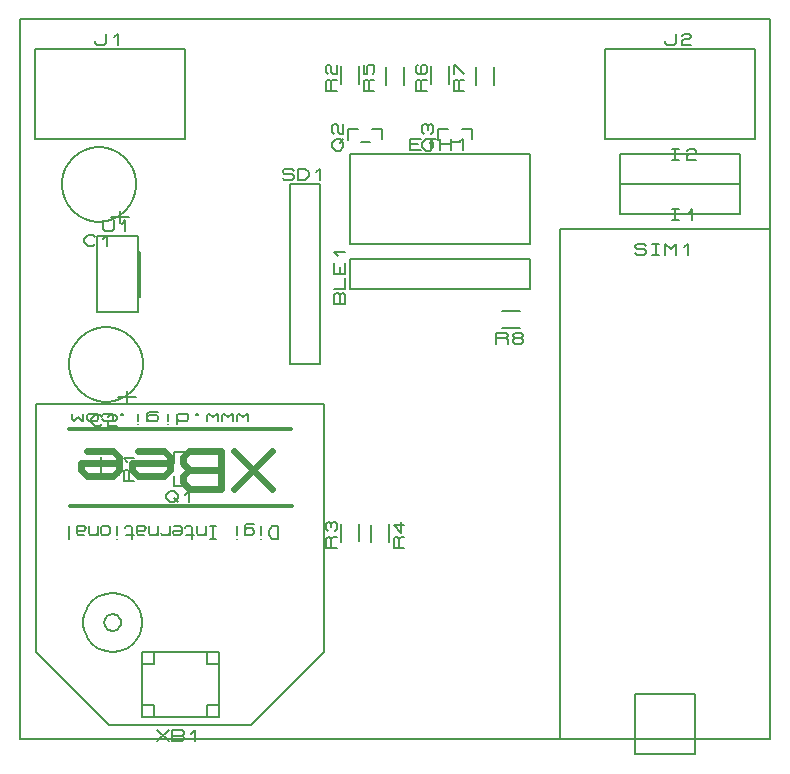
<source format=gbr>
G04 PROTEUS RS274X GERBER FILE*
%FSLAX45Y45*%
%MOMM*%
G01*
%ADD22C,0.203200*%
%ADD23C,0.584200*%
%ADD24C,0.330200*%
D22*
X+0Y-6096000D02*
X+6350000Y-6096000D01*
X+6350000Y+0D01*
X+0Y+0D01*
X+0Y-6096000D01*
X+127000Y-1016000D02*
X+1397000Y-1016000D01*
X+1397000Y-254000D01*
X+127000Y-254000D01*
X+127000Y-1016000D01*
X+635000Y-182880D02*
X+635000Y-198120D01*
X+650875Y-213360D01*
X+714375Y-213360D01*
X+730250Y-198120D01*
X+730250Y-121920D01*
X+793750Y-152400D02*
X+825500Y-121920D01*
X+825500Y-213360D01*
X+4953000Y-1016000D02*
X+6223000Y-1016000D01*
X+6223000Y-254000D01*
X+4953000Y-254000D01*
X+4953000Y-1016000D01*
X+5461000Y-182880D02*
X+5461000Y-198120D01*
X+5476875Y-213360D01*
X+5540375Y-213360D01*
X+5556250Y-198120D01*
X+5556250Y-121920D01*
X+5603875Y-137160D02*
X+5619750Y-121920D01*
X+5667375Y-121920D01*
X+5683250Y-137160D01*
X+5683250Y-152400D01*
X+5667375Y-167640D01*
X+5619750Y-167640D01*
X+5603875Y-182880D01*
X+5603875Y-213360D01*
X+5683250Y-213360D01*
X+650240Y-1833880D02*
X+650240Y-2473960D01*
X+998220Y-2473960D01*
X+998220Y-1833880D01*
X+652780Y-1833880D01*
X+998220Y-1968500D02*
X+1018540Y-1968500D01*
X+1018540Y-2346960D01*
X+1000760Y-2346960D01*
X+701040Y-1701800D02*
X+701040Y-1778000D01*
X+716915Y-1793240D01*
X+780415Y-1793240D01*
X+796290Y-1778000D01*
X+796290Y-1701800D01*
X+859790Y-1732280D02*
X+891540Y-1701800D01*
X+891540Y-1793240D01*
X+2574000Y-3257000D02*
X+134000Y-3257000D01*
X+134000Y-5357000D01*
X+2574000Y-3257000D02*
X+2574000Y-5357000D01*
X+1354000Y-5977000D02*
X+1954000Y-5977000D01*
X+754000Y-5977000D02*
X+1354000Y-5977000D01*
X+1954000Y-5977000D02*
X+2574000Y-5357000D01*
X+134000Y-5357000D02*
X+754000Y-5977000D01*
D23*
X+2134000Y-3973720D02*
X+1810150Y-3653680D01*
X+2134000Y-3653680D02*
X+1810150Y-3973720D01*
X+1702200Y-3653680D02*
X+1702200Y-3973720D01*
X+1432325Y-3973720D01*
X+1378350Y-3920380D01*
X+1378350Y-3867040D01*
X+1432325Y-3813700D01*
X+1378350Y-3760360D01*
X+1378350Y-3707020D01*
X+1432325Y-3653680D01*
X+1702200Y-3653680D01*
X+1702200Y-3813700D02*
X+1432325Y-3813700D01*
X+1270400Y-3760360D02*
X+946550Y-3760360D01*
X+946550Y-3813700D01*
X+1000525Y-3867040D01*
X+1216425Y-3867040D01*
X+1270400Y-3813700D01*
X+1270400Y-3707020D01*
X+1216425Y-3653680D01*
X+1000525Y-3653680D01*
X+838600Y-3760360D02*
X+514750Y-3760360D01*
X+514750Y-3813700D01*
X+568725Y-3867040D01*
X+784625Y-3867040D01*
X+838600Y-3813700D01*
X+838600Y-3707020D01*
X+784625Y-3653680D01*
X+568725Y-3653680D01*
D24*
X+2304000Y-4117000D02*
X+424000Y-4117000D01*
X+2294000Y-3467000D02*
X+414000Y-3467000D01*
D22*
X+1934000Y-3398440D02*
X+1934000Y-3352720D01*
X+1918125Y-3337480D01*
X+1886375Y-3367960D01*
X+1854625Y-3337480D01*
X+1838750Y-3352720D01*
X+1838750Y-3398440D01*
X+1807000Y-3398440D02*
X+1807000Y-3352720D01*
X+1791125Y-3337480D01*
X+1759375Y-3367960D01*
X+1727625Y-3337480D01*
X+1711750Y-3352720D01*
X+1711750Y-3398440D01*
X+1680000Y-3398440D02*
X+1680000Y-3352720D01*
X+1664125Y-3337480D01*
X+1632375Y-3367960D01*
X+1600625Y-3337480D01*
X+1584750Y-3352720D01*
X+1584750Y-3398440D01*
X+1505375Y-3352720D02*
X+1489500Y-3352720D01*
X+1489500Y-3337480D01*
X+1505375Y-3337480D01*
X+1505375Y-3352720D01*
X+1330750Y-3383200D02*
X+1346625Y-3398440D01*
X+1410125Y-3398440D01*
X+1426000Y-3383200D01*
X+1426000Y-3352720D01*
X+1410125Y-3337480D01*
X+1346625Y-3337480D01*
X+1330750Y-3352720D01*
X+1330750Y-3337480D02*
X+1330750Y-3428920D01*
X+1251375Y-3398440D02*
X+1251375Y-3337480D01*
X+1251375Y-3428920D02*
X+1251375Y-3428920D01*
X+1076750Y-3383200D02*
X+1092625Y-3398440D01*
X+1156125Y-3398440D01*
X+1172000Y-3383200D01*
X+1172000Y-3367960D01*
X+1156125Y-3352720D01*
X+1092625Y-3352720D01*
X+1076750Y-3367960D01*
X+1076750Y-3398440D02*
X+1076750Y-3337480D01*
X+1092625Y-3322240D01*
X+1172000Y-3322240D01*
X+997375Y-3398440D02*
X+997375Y-3337480D01*
X+997375Y-3428920D02*
X+997375Y-3428920D01*
X+870375Y-3352720D02*
X+854500Y-3352720D01*
X+854500Y-3337480D01*
X+870375Y-3337480D01*
X+870375Y-3352720D01*
X+695750Y-3383200D02*
X+711625Y-3398440D01*
X+775125Y-3398440D01*
X+791000Y-3383200D01*
X+791000Y-3352720D01*
X+775125Y-3337480D01*
X+711625Y-3337480D01*
X+695750Y-3352720D01*
X+664000Y-3383200D02*
X+648125Y-3398440D01*
X+584625Y-3398440D01*
X+568750Y-3383200D01*
X+568750Y-3352720D01*
X+584625Y-3337480D01*
X+648125Y-3337480D01*
X+664000Y-3352720D01*
X+664000Y-3383200D01*
X+537000Y-3337480D02*
X+537000Y-3398440D01*
X+537000Y-3383200D02*
X+521125Y-3398440D01*
X+489375Y-3367960D01*
X+457625Y-3398440D01*
X+441750Y-3383200D01*
X+441750Y-3337480D01*
X+1034000Y-5107000D02*
X+1033185Y-5086829D01*
X+1026566Y-5046486D01*
X+1012753Y-5006143D01*
X+990307Y-4965800D01*
X+956010Y-4925582D01*
X+915667Y-4894482D01*
X+875324Y-4874277D01*
X+834981Y-4862253D01*
X+794638Y-4857226D01*
X+784000Y-4857000D01*
X+534000Y-5107000D02*
X+534815Y-5086829D01*
X+541434Y-5046486D01*
X+555247Y-5006143D01*
X+577693Y-4965800D01*
X+611990Y-4925582D01*
X+652333Y-4894482D01*
X+692676Y-4874277D01*
X+733019Y-4862253D01*
X+773362Y-4857226D01*
X+784000Y-4857000D01*
X+534000Y-5107000D02*
X+534815Y-5127171D01*
X+541434Y-5167514D01*
X+555247Y-5207857D01*
X+577693Y-5248200D01*
X+611990Y-5288418D01*
X+652333Y-5319518D01*
X+692676Y-5339723D01*
X+733019Y-5351747D01*
X+773362Y-5356774D01*
X+784000Y-5357000D01*
X+1034000Y-5107000D02*
X+1033185Y-5127171D01*
X+1026566Y-5167514D01*
X+1012753Y-5207857D01*
X+990307Y-5248200D01*
X+956010Y-5288418D01*
X+915667Y-5319518D01*
X+875324Y-5339723D01*
X+834981Y-5351747D01*
X+794638Y-5356774D01*
X+784000Y-5357000D01*
X+854710Y-5107000D02*
X+854469Y-5101163D01*
X+852507Y-5089487D01*
X+848404Y-5077811D01*
X+841706Y-5066135D01*
X+831458Y-5054582D01*
X+819782Y-5046012D01*
X+808106Y-5040526D01*
X+796430Y-5037391D01*
X+784754Y-5036294D01*
X+784000Y-5036290D01*
X+713290Y-5107000D02*
X+713531Y-5101163D01*
X+715493Y-5089487D01*
X+719596Y-5077811D01*
X+726294Y-5066135D01*
X+736542Y-5054582D01*
X+748218Y-5046012D01*
X+759894Y-5040526D01*
X+771570Y-5037391D01*
X+783246Y-5036294D01*
X+784000Y-5036290D01*
X+713290Y-5107000D02*
X+713531Y-5112837D01*
X+715493Y-5124513D01*
X+719596Y-5136189D01*
X+726294Y-5147865D01*
X+736542Y-5159418D01*
X+748218Y-5167988D01*
X+759894Y-5173474D01*
X+771570Y-5176609D01*
X+783246Y-5177706D01*
X+784000Y-5177710D01*
X+854710Y-5107000D02*
X+854469Y-5112837D01*
X+852507Y-5124513D01*
X+848404Y-5136189D01*
X+841706Y-5147865D01*
X+831458Y-5159418D01*
X+819782Y-5167988D01*
X+808106Y-5173474D01*
X+796430Y-5176609D01*
X+784754Y-5177706D01*
X+784000Y-5177710D01*
X+1034000Y-5907000D02*
X+1684000Y-5907000D01*
X+1684000Y-5357000D01*
X+1034000Y-5357000D01*
X+1034000Y-5907000D01*
X+1584000Y-5907000D02*
X+1684000Y-5907000D01*
X+1684000Y-5807000D01*
X+1584000Y-5807000D01*
X+1584000Y-5907000D01*
X+1034000Y-5907000D02*
X+1134000Y-5907000D01*
X+1134000Y-5807000D01*
X+1034000Y-5807000D01*
X+1034000Y-5907000D01*
X+1584000Y-5457000D02*
X+1684000Y-5457000D01*
X+1684000Y-5357000D01*
X+1584000Y-5357000D01*
X+1584000Y-5457000D01*
X+1034000Y-5457000D02*
X+1134000Y-5457000D01*
X+1134000Y-5357000D01*
X+1034000Y-5357000D01*
X+1034000Y-5457000D01*
X+2184000Y-4292560D02*
X+2184000Y-4399240D01*
X+2133200Y-4399240D01*
X+2107800Y-4363680D01*
X+2107800Y-4328120D01*
X+2133200Y-4292560D01*
X+2184000Y-4292560D01*
X+2044300Y-4363680D02*
X+2044300Y-4292560D01*
X+2044300Y-4399240D02*
X+2044300Y-4399240D01*
X+1904600Y-4345900D02*
X+1917300Y-4363680D01*
X+1968100Y-4363680D01*
X+1980800Y-4345900D01*
X+1980800Y-4328120D01*
X+1968100Y-4310340D01*
X+1917300Y-4310340D01*
X+1904600Y-4328120D01*
X+1904600Y-4363680D02*
X+1904600Y-4292560D01*
X+1917300Y-4274780D01*
X+1980800Y-4274780D01*
X+1841100Y-4363680D02*
X+1841100Y-4292560D01*
X+1841100Y-4399240D02*
X+1841100Y-4399240D01*
X+1663300Y-4399240D02*
X+1612500Y-4399240D01*
X+1637900Y-4399240D02*
X+1637900Y-4292560D01*
X+1663300Y-4292560D02*
X+1612500Y-4292560D01*
X+1574400Y-4292560D02*
X+1574400Y-4363680D01*
X+1574400Y-4345900D02*
X+1561700Y-4363680D01*
X+1510900Y-4363680D01*
X+1498200Y-4345900D01*
X+1498200Y-4292560D01*
X+1460100Y-4399240D02*
X+1460100Y-4310340D01*
X+1447400Y-4292560D01*
X+1409300Y-4292560D01*
X+1396600Y-4310340D01*
X+1472800Y-4363680D02*
X+1409300Y-4363680D01*
X+1371200Y-4328120D02*
X+1295000Y-4328120D01*
X+1295000Y-4345900D01*
X+1307700Y-4363680D01*
X+1358500Y-4363680D01*
X+1371200Y-4345900D01*
X+1371200Y-4310340D01*
X+1358500Y-4292560D01*
X+1307700Y-4292560D01*
X+1269600Y-4292560D02*
X+1269600Y-4363680D01*
X+1269600Y-4345900D02*
X+1256900Y-4363680D01*
X+1206100Y-4363680D01*
X+1193400Y-4345900D01*
X+1168000Y-4292560D02*
X+1168000Y-4363680D01*
X+1168000Y-4345900D02*
X+1155300Y-4363680D01*
X+1104500Y-4363680D01*
X+1091800Y-4345900D01*
X+1091800Y-4292560D01*
X+1053700Y-4363680D02*
X+1002900Y-4363680D01*
X+990200Y-4345900D01*
X+990200Y-4292560D01*
X+1053700Y-4292560D01*
X+1066400Y-4310340D01*
X+1053700Y-4328120D01*
X+990200Y-4328120D01*
X+952100Y-4399240D02*
X+952100Y-4310340D01*
X+939400Y-4292560D01*
X+901300Y-4292560D01*
X+888600Y-4310340D01*
X+964800Y-4363680D02*
X+901300Y-4363680D01*
X+825100Y-4363680D02*
X+825100Y-4292560D01*
X+825100Y-4399240D02*
X+825100Y-4399240D01*
X+761600Y-4345900D02*
X+748900Y-4363680D01*
X+698100Y-4363680D01*
X+685400Y-4345900D01*
X+685400Y-4310340D01*
X+698100Y-4292560D01*
X+748900Y-4292560D01*
X+761600Y-4310340D01*
X+761600Y-4345900D01*
X+660000Y-4292560D02*
X+660000Y-4363680D01*
X+660000Y-4345900D02*
X+647300Y-4363680D01*
X+596500Y-4363680D01*
X+583800Y-4345900D01*
X+583800Y-4292560D01*
X+545700Y-4363680D02*
X+494900Y-4363680D01*
X+482200Y-4345900D01*
X+482200Y-4292560D01*
X+545700Y-4292560D01*
X+558400Y-4310340D01*
X+545700Y-4328120D01*
X+482200Y-4328120D01*
X+418700Y-4399240D02*
X+418700Y-4292560D01*
X+1163500Y-6017640D02*
X+1258750Y-6109080D01*
X+1163500Y-6109080D02*
X+1258750Y-6017640D01*
X+1290500Y-6109080D02*
X+1290500Y-6017640D01*
X+1369875Y-6017640D01*
X+1385750Y-6032880D01*
X+1385750Y-6048120D01*
X+1369875Y-6063360D01*
X+1385750Y-6078600D01*
X+1385750Y-6093840D01*
X+1369875Y-6109080D01*
X+1290500Y-6109080D01*
X+1290500Y-6063360D02*
X+1369875Y-6063360D01*
X+1449250Y-6048120D02*
X+1481000Y-6017640D01*
X+1481000Y-6109080D01*
X+2794000Y-1905000D02*
X+4318000Y-1905000D01*
X+4318000Y-1143000D01*
X+2794000Y-1143000D01*
X+2794000Y-1905000D01*
X+3397250Y-1102360D02*
X+3302000Y-1102360D01*
X+3302000Y-1010920D01*
X+3397250Y-1010920D01*
X+3302000Y-1056640D02*
X+3365500Y-1056640D01*
X+3429000Y-1010920D02*
X+3524250Y-1010920D01*
X+3476625Y-1010920D02*
X+3476625Y-1102360D01*
X+3556000Y-1102360D02*
X+3556000Y-1010920D01*
X+3651250Y-1010920D02*
X+3651250Y-1102360D01*
X+3556000Y-1056640D02*
X+3651250Y-1056640D01*
X+3714750Y-1041400D02*
X+3746500Y-1010920D01*
X+3746500Y-1102360D01*
X+4572000Y-6096000D02*
X+6350000Y-6096000D01*
X+6350000Y-1778000D01*
X+4572000Y-1778000D01*
X+4572000Y-6096000D01*
X+5207000Y-6223000D02*
X+5715000Y-6223000D01*
X+5715000Y-5715000D01*
X+5207000Y-5715000D01*
X+5207000Y-6223000D01*
X+5207000Y-1976120D02*
X+5222875Y-1991360D01*
X+5286375Y-1991360D01*
X+5302250Y-1976120D01*
X+5302250Y-1960880D01*
X+5286375Y-1945640D01*
X+5222875Y-1945640D01*
X+5207000Y-1930400D01*
X+5207000Y-1915160D01*
X+5222875Y-1899920D01*
X+5286375Y-1899920D01*
X+5302250Y-1915160D01*
X+5349875Y-1899920D02*
X+5413375Y-1899920D01*
X+5381625Y-1899920D02*
X+5381625Y-1991360D01*
X+5349875Y-1991360D02*
X+5413375Y-1991360D01*
X+5461000Y-1991360D02*
X+5461000Y-1899920D01*
X+5508625Y-1945640D01*
X+5556250Y-1899920D01*
X+5556250Y-1991360D01*
X+5619750Y-1930400D02*
X+5651500Y-1899920D01*
X+5651500Y-1991360D01*
X+2794000Y-2286000D02*
X+4318000Y-2286000D01*
X+4318000Y-2032000D01*
X+2794000Y-2032000D01*
X+2794000Y-2286000D01*
X+2753360Y-2413000D02*
X+2661920Y-2413000D01*
X+2661920Y-2333625D01*
X+2677160Y-2317750D01*
X+2692400Y-2317750D01*
X+2707640Y-2333625D01*
X+2722880Y-2317750D01*
X+2738120Y-2317750D01*
X+2753360Y-2333625D01*
X+2753360Y-2413000D01*
X+2707640Y-2413000D02*
X+2707640Y-2333625D01*
X+2661920Y-2286000D02*
X+2753360Y-2286000D01*
X+2753360Y-2190750D01*
X+2753360Y-2063750D02*
X+2753360Y-2159000D01*
X+2661920Y-2159000D01*
X+2661920Y-2063750D01*
X+2707640Y-2159000D02*
X+2707640Y-2095500D01*
X+2692400Y-2000250D02*
X+2661920Y-1968500D01*
X+2753360Y-1968500D01*
X+5080000Y-1651000D02*
X+6096000Y-1651000D01*
X+6096000Y-1397000D01*
X+5080000Y-1397000D01*
X+5080000Y-1651000D01*
X+5517515Y-1605280D02*
X+5581015Y-1605280D01*
X+5549265Y-1605280D02*
X+5549265Y-1696720D01*
X+5517515Y-1696720D02*
X+5581015Y-1696720D01*
X+5660390Y-1635760D02*
X+5692140Y-1605280D01*
X+5692140Y-1696720D01*
X+2286000Y-2921000D02*
X+2540000Y-2921000D01*
X+2540000Y-1397000D01*
X+2286000Y-1397000D01*
X+2286000Y-2921000D01*
X+2222500Y-1341120D02*
X+2238375Y-1356360D01*
X+2301875Y-1356360D01*
X+2317750Y-1341120D01*
X+2317750Y-1325880D01*
X+2301875Y-1310640D01*
X+2238375Y-1310640D01*
X+2222500Y-1295400D01*
X+2222500Y-1280160D01*
X+2238375Y-1264920D01*
X+2301875Y-1264920D01*
X+2317750Y-1280160D01*
X+2349500Y-1356360D02*
X+2349500Y-1264920D01*
X+2413000Y-1264920D01*
X+2444750Y-1295400D01*
X+2444750Y-1325880D01*
X+2413000Y-1356360D01*
X+2349500Y-1356360D01*
X+2508250Y-1295400D02*
X+2540000Y-1264920D01*
X+2540000Y-1356360D01*
X+3121660Y-4274820D02*
X+3121660Y-4427220D01*
X+2974340Y-4277360D02*
X+2974340Y-4427220D01*
X+3253740Y-4475480D02*
X+3162300Y-4475480D01*
X+3162300Y-4396105D01*
X+3177540Y-4380230D01*
X+3192780Y-4380230D01*
X+3208020Y-4396105D01*
X+3208020Y-4475480D01*
X+3208020Y-4396105D02*
X+3223260Y-4380230D01*
X+3253740Y-4380230D01*
X+3223260Y-4253230D02*
X+3223260Y-4348480D01*
X+3162300Y-4284980D01*
X+3253740Y-4284980D01*
X+2720340Y-4422140D02*
X+2720340Y-4269740D01*
X+2867660Y-4419600D02*
X+2867660Y-4269740D01*
X+2679700Y-4475480D02*
X+2588260Y-4475480D01*
X+2588260Y-4396105D01*
X+2603500Y-4380230D01*
X+2618740Y-4380230D01*
X+2633980Y-4396105D01*
X+2633980Y-4475480D01*
X+2633980Y-4396105D02*
X+2649220Y-4380230D01*
X+2679700Y-4380230D01*
X+2603500Y-4332605D02*
X+2588260Y-4316730D01*
X+2588260Y-4269105D01*
X+2603500Y-4253230D01*
X+2618740Y-4253230D01*
X+2633980Y-4269105D01*
X+2649220Y-4253230D01*
X+2664460Y-4253230D01*
X+2679700Y-4269105D01*
X+2679700Y-4316730D01*
X+2664460Y-4332605D01*
X+2633980Y-4300855D02*
X+2633980Y-4269105D01*
X+835660Y-3705860D02*
X+835660Y-3858260D01*
X+688340Y-3708400D02*
X+688340Y-3858260D01*
X+967740Y-3906520D02*
X+876300Y-3906520D01*
X+876300Y-3827145D01*
X+891540Y-3811270D01*
X+906780Y-3811270D01*
X+922020Y-3827145D01*
X+922020Y-3906520D01*
X+922020Y-3827145D02*
X+937260Y-3811270D01*
X+967740Y-3811270D01*
X+906780Y-3747770D02*
X+876300Y-3716020D01*
X+967740Y-3716020D01*
X+1305560Y-3665220D02*
X+1305560Y-3754120D01*
X+1417320Y-3771900D02*
X+1417320Y-3843020D01*
X+1305560Y-3665220D02*
X+1397000Y-3665220D01*
X+1399540Y-3954780D02*
X+1305560Y-3954780D01*
X+1305560Y-3868420D01*
X+1238250Y-4025900D02*
X+1270000Y-3995420D01*
X+1301750Y-3995420D01*
X+1333500Y-4025900D01*
X+1333500Y-4056380D01*
X+1301750Y-4086860D01*
X+1270000Y-4086860D01*
X+1238250Y-4056380D01*
X+1238250Y-4025900D01*
X+1301750Y-4056380D02*
X+1333500Y-4086860D01*
X+1397000Y-4025900D02*
X+1428750Y-3995420D01*
X+1428750Y-4086860D01*
X+5080000Y-1397000D02*
X+6096000Y-1397000D01*
X+6096000Y-1143000D01*
X+5080000Y-1143000D01*
X+5080000Y-1397000D01*
X+5517515Y-1097280D02*
X+5581015Y-1097280D01*
X+5549265Y-1097280D02*
X+5549265Y-1188720D01*
X+5517515Y-1188720D02*
X+5581015Y-1188720D01*
X+5644515Y-1112520D02*
X+5660390Y-1097280D01*
X+5708015Y-1097280D01*
X+5723890Y-1112520D01*
X+5723890Y-1127760D01*
X+5708015Y-1143000D01*
X+5660390Y-1143000D01*
X+5644515Y-1158240D01*
X+5644515Y-1188720D01*
X+5723890Y-1188720D01*
X+3827780Y-924560D02*
X+3738880Y-924560D01*
X+3721100Y-1036320D02*
X+3649980Y-1036320D01*
X+3827780Y-924560D02*
X+3827780Y-1016000D01*
X+3538220Y-1018540D02*
X+3538220Y-924560D01*
X+3624580Y-924560D01*
X+3436620Y-1111250D02*
X+3406140Y-1079500D01*
X+3406140Y-1047750D01*
X+3436620Y-1016000D01*
X+3467100Y-1016000D01*
X+3497580Y-1047750D01*
X+3497580Y-1079500D01*
X+3467100Y-1111250D01*
X+3436620Y-1111250D01*
X+3467100Y-1047750D02*
X+3497580Y-1016000D01*
X+3421380Y-968375D02*
X+3406140Y-952500D01*
X+3406140Y-904875D01*
X+3421380Y-889000D01*
X+3436620Y-889000D01*
X+3451860Y-904875D01*
X+3467100Y-889000D01*
X+3482340Y-889000D01*
X+3497580Y-904875D01*
X+3497580Y-952500D01*
X+3482340Y-968375D01*
X+3451860Y-936625D02*
X+3451860Y-904875D01*
X+3065780Y-924560D02*
X+2976880Y-924560D01*
X+2959100Y-1036320D02*
X+2887980Y-1036320D01*
X+3065780Y-924560D02*
X+3065780Y-1016000D01*
X+2776220Y-1018540D02*
X+2776220Y-924560D01*
X+2862580Y-924560D01*
X+2674620Y-1111250D02*
X+2644140Y-1079500D01*
X+2644140Y-1047750D01*
X+2674620Y-1016000D01*
X+2705100Y-1016000D01*
X+2735580Y-1047750D01*
X+2735580Y-1079500D01*
X+2705100Y-1111250D01*
X+2674620Y-1111250D01*
X+2705100Y-1047750D02*
X+2735580Y-1016000D01*
X+2659380Y-968375D02*
X+2644140Y-952500D01*
X+2644140Y-904875D01*
X+2659380Y-889000D01*
X+2674620Y-889000D01*
X+2689860Y-904875D01*
X+2689860Y-952500D01*
X+2705100Y-968375D01*
X+2735580Y-968375D01*
X+2735580Y-889000D01*
X+3482340Y-551180D02*
X+3482340Y-398780D01*
X+3629660Y-548640D02*
X+3629660Y-398780D01*
X+3441700Y-604520D02*
X+3350260Y-604520D01*
X+3350260Y-525145D01*
X+3365500Y-509270D01*
X+3380740Y-509270D01*
X+3395980Y-525145D01*
X+3395980Y-604520D01*
X+3395980Y-525145D02*
X+3411220Y-509270D01*
X+3441700Y-509270D01*
X+3365500Y-382270D02*
X+3350260Y-398145D01*
X+3350260Y-445770D01*
X+3365500Y-461645D01*
X+3426460Y-461645D01*
X+3441700Y-445770D01*
X+3441700Y-398145D01*
X+3426460Y-382270D01*
X+3411220Y-382270D01*
X+3395980Y-398145D01*
X+3395980Y-461645D01*
X+2720340Y-551180D02*
X+2720340Y-398780D01*
X+2867660Y-548640D02*
X+2867660Y-398780D01*
X+2679700Y-604520D02*
X+2588260Y-604520D01*
X+2588260Y-525145D01*
X+2603500Y-509270D01*
X+2618740Y-509270D01*
X+2633980Y-525145D01*
X+2633980Y-604520D01*
X+2633980Y-525145D02*
X+2649220Y-509270D01*
X+2679700Y-509270D01*
X+2603500Y-461645D02*
X+2588260Y-445770D01*
X+2588260Y-398145D01*
X+2603500Y-382270D01*
X+2618740Y-382270D01*
X+2633980Y-398145D01*
X+2633980Y-445770D01*
X+2649220Y-461645D01*
X+2679700Y-461645D01*
X+2679700Y-382270D01*
X+4010660Y-403860D02*
X+4010660Y-556260D01*
X+3863340Y-406400D02*
X+3863340Y-556260D01*
X+3761740Y-604520D02*
X+3670300Y-604520D01*
X+3670300Y-525145D01*
X+3685540Y-509270D01*
X+3700780Y-509270D01*
X+3716020Y-525145D01*
X+3716020Y-604520D01*
X+3716020Y-525145D02*
X+3731260Y-509270D01*
X+3761740Y-509270D01*
X+3670300Y-461645D02*
X+3670300Y-382270D01*
X+3685540Y-382270D01*
X+3761740Y-461645D01*
X+3248660Y-403860D02*
X+3248660Y-556260D01*
X+3101340Y-406400D02*
X+3101340Y-556260D01*
X+2999740Y-604520D02*
X+2908300Y-604520D01*
X+2908300Y-525145D01*
X+2923540Y-509270D01*
X+2938780Y-509270D01*
X+2954020Y-525145D01*
X+2954020Y-604520D01*
X+2954020Y-525145D02*
X+2969260Y-509270D01*
X+2999740Y-509270D01*
X+2908300Y-382270D02*
X+2908300Y-461645D01*
X+2938780Y-461645D01*
X+2938780Y-398145D01*
X+2954020Y-382270D01*
X+2984500Y-382270D01*
X+2999740Y-398145D01*
X+2999740Y-445770D01*
X+2984500Y-461645D01*
X+4234180Y-2613660D02*
X+4081780Y-2613660D01*
X+4231640Y-2466340D02*
X+4081780Y-2466340D01*
X+4033520Y-2745740D02*
X+4033520Y-2654300D01*
X+4112895Y-2654300D01*
X+4128770Y-2669540D01*
X+4128770Y-2684780D01*
X+4112895Y-2700020D01*
X+4033520Y-2700020D01*
X+4112895Y-2700020D02*
X+4128770Y-2715260D01*
X+4128770Y-2745740D01*
X+4192270Y-2700020D02*
X+4176395Y-2684780D01*
X+4176395Y-2669540D01*
X+4192270Y-2654300D01*
X+4239895Y-2654300D01*
X+4255770Y-2669540D01*
X+4255770Y-2684780D01*
X+4239895Y-2700020D01*
X+4192270Y-2700020D01*
X+4176395Y-2715260D01*
X+4176395Y-2730500D01*
X+4192270Y-2745740D01*
X+4239895Y-2745740D01*
X+4255770Y-2730500D01*
X+4255770Y-2715260D01*
X+4239895Y-2700020D01*
X+984000Y-1397000D02*
X+982990Y-1371793D01*
X+974788Y-1321378D01*
X+957686Y-1270963D01*
X+929940Y-1220548D01*
X+887610Y-1170208D01*
X+837195Y-1130663D01*
X+786780Y-1104848D01*
X+736365Y-1089288D01*
X+685950Y-1082456D01*
X+669000Y-1082000D01*
X+354000Y-1397000D02*
X+355010Y-1371793D01*
X+363212Y-1321378D01*
X+380314Y-1270963D01*
X+408060Y-1220548D01*
X+450390Y-1170208D01*
X+500805Y-1130663D01*
X+551220Y-1104848D01*
X+601635Y-1089288D01*
X+652050Y-1082456D01*
X+669000Y-1082000D01*
X+354000Y-1397000D02*
X+355010Y-1422207D01*
X+363212Y-1472622D01*
X+380314Y-1523037D01*
X+408060Y-1573452D01*
X+450390Y-1623792D01*
X+500805Y-1663337D01*
X+551220Y-1689152D01*
X+601635Y-1704712D01*
X+652050Y-1711544D01*
X+669000Y-1712000D01*
X+984000Y-1397000D02*
X+982990Y-1422207D01*
X+974788Y-1472622D01*
X+957686Y-1523037D01*
X+929940Y-1573452D01*
X+887610Y-1623792D01*
X+837195Y-1663337D01*
X+786780Y-1689152D01*
X+736365Y-1704712D01*
X+685950Y-1711544D01*
X+669000Y-1712000D01*
X+919000Y-1670000D02*
X+766600Y-1670000D01*
X+842800Y-1720800D02*
X+842800Y-1619200D01*
X+637250Y-1903680D02*
X+621375Y-1918920D01*
X+573750Y-1918920D01*
X+542000Y-1888440D01*
X+542000Y-1857960D01*
X+573750Y-1827480D01*
X+621375Y-1827480D01*
X+637250Y-1842720D01*
X+700750Y-1857960D02*
X+732500Y-1827480D01*
X+732500Y-1918920D01*
X+1043000Y-2921000D02*
X+1041990Y-2895793D01*
X+1033788Y-2845378D01*
X+1016686Y-2794963D01*
X+988940Y-2744548D01*
X+946610Y-2694208D01*
X+896195Y-2654663D01*
X+845780Y-2628848D01*
X+795365Y-2613288D01*
X+744950Y-2606456D01*
X+728000Y-2606000D01*
X+413000Y-2921000D02*
X+414010Y-2895793D01*
X+422212Y-2845378D01*
X+439314Y-2794963D01*
X+467060Y-2744548D01*
X+509390Y-2694208D01*
X+559805Y-2654663D01*
X+610220Y-2628848D01*
X+660635Y-2613288D01*
X+711050Y-2606456D01*
X+728000Y-2606000D01*
X+413000Y-2921000D02*
X+414010Y-2946207D01*
X+422212Y-2996622D01*
X+439314Y-3047037D01*
X+467060Y-3097452D01*
X+509390Y-3147792D01*
X+559805Y-3187337D01*
X+610220Y-3213152D01*
X+660635Y-3228712D01*
X+711050Y-3235544D01*
X+728000Y-3236000D01*
X+1043000Y-2921000D02*
X+1041990Y-2946207D01*
X+1033788Y-2996622D01*
X+1016686Y-3047037D01*
X+988940Y-3097452D01*
X+946610Y-3147792D01*
X+896195Y-3187337D01*
X+845780Y-3213152D01*
X+795365Y-3228712D01*
X+744950Y-3235544D01*
X+728000Y-3236000D01*
X+978000Y-3194000D02*
X+825600Y-3194000D01*
X+901800Y-3244800D02*
X+901800Y-3143200D01*
X+696250Y-3427680D02*
X+680375Y-3442920D01*
X+632750Y-3442920D01*
X+601000Y-3412440D01*
X+601000Y-3381960D01*
X+632750Y-3351480D01*
X+680375Y-3351480D01*
X+696250Y-3366720D01*
X+743875Y-3366720D02*
X+759750Y-3351480D01*
X+807375Y-3351480D01*
X+823250Y-3366720D01*
X+823250Y-3381960D01*
X+807375Y-3397200D01*
X+759750Y-3397200D01*
X+743875Y-3412440D01*
X+743875Y-3442920D01*
X+823250Y-3442920D01*
M02*

</source>
